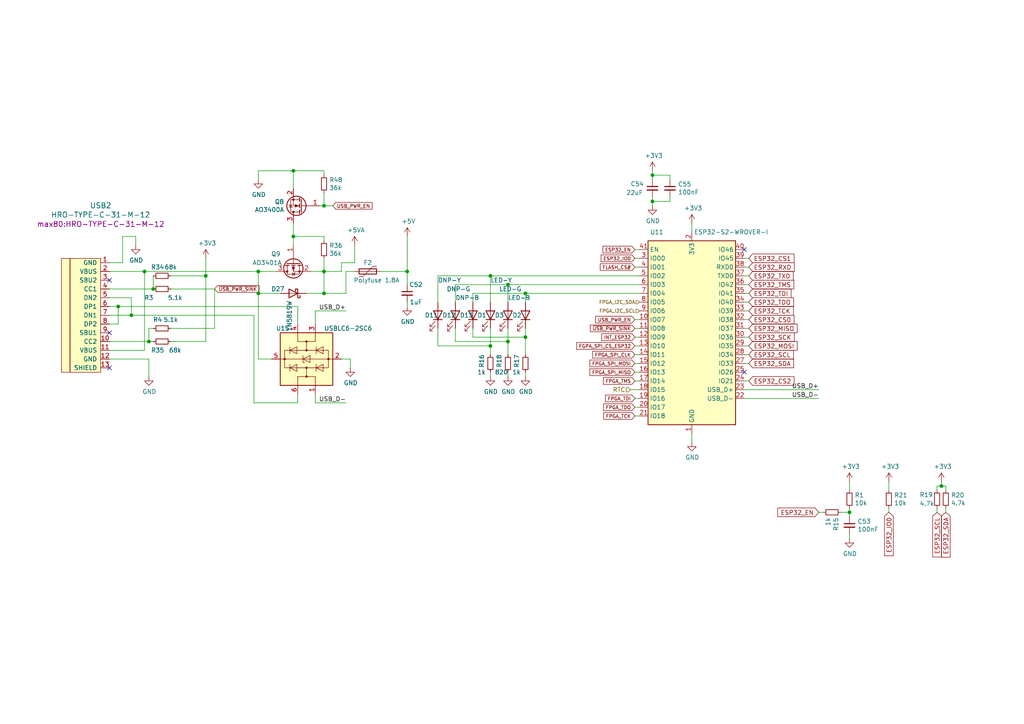
<source format=kicad_sch>
(kicad_sch (version 20211123) (generator eeschema)
  (paper "A4")
  (title_block (title "MAX80") (date "2021-02-22") (rev "0.01") (company "Peter o Per"))
  (lib_symbols
    (symbol "Device:C_Small" (pin_numbers hide) (pin_names (offset 0.254) hide)
      (property "Reference" "C" (at 0.254 1.778 0))
      (property "Value" "Device_C_Small" (at 0.254 -2.032 0))
      (symbol "C_Small_0_1"
        (polyline (pts (xy -1.524 -0.508) (xy 1.524 -0.508)) (stroke (width 0.3302)))
        (polyline (pts (xy -1.524 0.508) (xy 1.524 0.508)) (stroke (width 0.3048)))
      )
      (symbol "C_Small_1_1"
        (pin passive line (at 0 2.54 270) (length 2.032) (name "~") (number "1"))
        (pin passive line (at 0 -2.54 90) (length 2.032) (name "~") (number "2"))
      )
    )
    (symbol "Device:D_Schottky" (pin_numbers hide) (pin_names (offset 1.016) hide)
      (property "Reference" "D" (at 0 2.54 0))
      (property "Value" "Device_D_Schottky" (at 0 -2.54 0))
      (symbol "D_Schottky_0_1"
        (polyline (pts (xy 1.27 0) (xy -1.27 0)))
        (polyline (pts (xy 1.27 1.27) (xy 1.27 -1.27) (xy -1.27 0) (xy 1.27 1.27)) (stroke (width 0.254)))
        (polyline (pts (xy -1.905 0.635) (xy -1.905 1.27) (xy -1.27 1.27) (xy -1.27 -1.27) (xy -0.635 -1.27) (xy -0.635 -0.635)) (stroke (width 0.254)))
      )
      (symbol "D_Schottky_1_1"
        (pin passive line (at -3.81 0 0) (length 2.54) (name "K") (number "1"))
        (pin passive line (at 3.81 0 180) (length 2.54) (name "A") (number "2"))
      )
    )
    (symbol "Device:LED" (pin_numbers hide) (pin_names (offset 1.016) hide)
      (property "Reference" "D" (at 0 2.54 0))
      (property "Value" "Device_LED" (at 0 -2.54 0))
      (symbol "LED_0_1"
        (polyline (pts (xy -1.27 -1.27) (xy -1.27 1.27)) (stroke (width 0.254)))
        (polyline (pts (xy -1.27 0) (xy 1.27 0)))
        (polyline (pts (xy 1.27 -1.27) (xy 1.27 1.27) (xy -1.27 0) (xy 1.27 -1.27)) (stroke (width 0.254)))
        (polyline (pts (xy -3.048 -0.762) (xy -4.572 -2.286) (xy -3.81 -2.286) (xy -4.572 -2.286) (xy -4.572 -1.524)))
        (polyline (pts (xy -1.778 -0.762) (xy -3.302 -2.286) (xy -2.54 -2.286) (xy -3.302 -2.286) (xy -3.302 -1.524)))
      )
      (symbol "LED_1_1"
        (pin passive line (at -3.81 0 0) (length 2.54) (name "K") (number "1"))
        (pin passive line (at 3.81 0 180) (length 2.54) (name "A") (number "2"))
      )
    )
    (symbol "Device:Polyfuse" (pin_numbers hide) (pin_names (offset 0))
      (property "Reference" "F" (at -2.54 0 90))
      (property "Value" "Device_Polyfuse" (at 2.54 0 90))
      (symbol "Polyfuse_0_1"
        (rectangle (start -0.762 2.54) (end 0.762 -2.54) (stroke (width 0.254)))
        (polyline (pts (xy 0 2.54) (xy 0 -2.54)))
        (polyline (pts (xy -1.524 2.54) (xy -1.524 1.524) (xy 1.524 -1.524) (xy 1.524 -2.54)))
      )
      (symbol "Polyfuse_1_1"
        (pin passive line (at 0 3.81 270) (length 1.27) (name "~") (number "1"))
        (pin passive line (at 0 -3.81 90) (length 1.27) (name "~") (number "2"))
      )
    )
    (symbol "Device:R_Small" (pin_numbers hide) (pin_names (offset 0.254) hide)
      (property "Reference" "R" (at 0.762 0.508 0))
      (property "Value" "Device_R_Small" (at 0.762 -1.016 0))
      (symbol "R_Small_0_1"
        (rectangle (start -0.762 1.778) (end 0.762 -1.778) (stroke (width 0.2032)))
      )
      (symbol "R_Small_1_1"
        (pin passive line (at 0 2.54 270) (length 0.762) (name "~") (number "1"))
        (pin passive line (at 0 -2.54 90) (length 0.762) (name "~") (number "2"))
      )
    )
    (symbol "Power_Protection:USBLC6-2SC6" (pin_names hide)
      (property "Reference" "U" (at 2.54 8.89 0))
      (property "Value" "Power_Protection_USBLC6-2SC6" (at 2.54 -8.89 0))
      (symbol "USBLC6-2SC6_0_1"
        (rectangle (start -7.62 -7.62) (end 7.62 7.62) (stroke (width 0.254)) (fill (type background)))
        (circle (center -5.08 0) (radius 0.254) (fill (type outline)))
        (circle (center -2.54 0) (radius 0.254) (fill (type outline)))
        (rectangle (start -2.54 6.35) (end 2.54 -6.35))
        (circle (center 0 -6.35) (radius 0.254) (fill (type outline)))
        (polyline (pts (xy -5.08 -2.54) (xy -7.62 -2.54)))
        (polyline (pts (xy -5.08 0) (xy -5.08 -2.54)))
        (polyline (pts (xy -5.08 2.54) (xy -7.62 2.54)))
        (polyline (pts (xy -1.524 -2.794) (xy -3.556 -2.794)))
        (polyline (pts (xy -1.524 4.826) (xy -3.556 4.826)))
        (polyline (pts (xy 0 -7.62) (xy 0 -6.35)))
        (polyline (pts (xy 0 -6.35) (xy 0 1.27)))
        (polyline (pts (xy 0 1.27) (xy 0 6.35)))
        (polyline (pts (xy 0 6.35) (xy 0 7.62)))
        (polyline (pts (xy 1.524 -2.794) (xy 3.556 -2.794)))
        (polyline (pts (xy 1.524 4.826) (xy 3.556 4.826)))
        (polyline (pts (xy 5.08 -2.54) (xy 7.62 -2.54)))
        (polyline (pts (xy 5.08 0) (xy 5.08 -2.54)))
        (polyline (pts (xy 5.08 2.54) (xy 7.62 2.54)))
        (polyline (pts (xy -2.54 0) (xy -5.08 0) (xy -5.08 2.54)))
        (polyline (pts (xy 2.54 0) (xy 5.08 0) (xy 5.08 2.54)))
        (polyline (pts (xy -3.556 -4.826) (xy -1.524 -4.826) (xy -2.54 -2.794) (xy -3.556 -4.826)))
        (polyline (pts (xy -3.556 2.794) (xy -1.524 2.794) (xy -2.54 4.826) (xy -3.556 2.794)))
        (polyline (pts (xy -1.016 -1.016) (xy 1.016 -1.016) (xy 0 1.016) (xy -1.016 -1.016)))
        (polyline (pts (xy 1.016 1.016) (xy 0.762 1.016) (xy -1.016 1.016) (xy -1.016 0.508)))
        (polyline (pts (xy 3.556 -4.826) (xy 1.524 -4.826) (xy 2.54 -2.794) (xy 3.556 -4.826)))
        (polyline (pts (xy 3.556 2.794) (xy 1.524 2.794) (xy 2.54 4.826) (xy 3.556 2.794)))
        (circle (center 0 6.35) (radius 0.254) (fill (type outline)))
        (circle (center 2.54 0) (radius 0.254) (fill (type outline)))
        (circle (center 5.08 0) (radius 0.254) (fill (type outline)))
      )
      (symbol "USBLC6-2SC6_1_1"
        (pin passive line (at -10.16 -2.54 0) (length 2.54) (name "I/O1") (number "1"))
        (pin passive line (at 0 -10.16 90) (length 2.54) (name "GND") (number "2"))
        (pin passive line (at 10.16 -2.54 180) (length 2.54) (name "I/O2") (number "3"))
        (pin passive line (at 10.16 2.54 180) (length 2.54) (name "I/O2") (number "4"))
        (pin passive line (at 0 10.16 270) (length 2.54) (name "VBUS") (number "5"))
        (pin passive line (at -10.16 2.54 0) (length 2.54) (name "I/O1") (number "6"))
      )
    )
    (symbol "RF_Module:ESP32-S2-WROVER-I"
      (property "Reference" "U" (at -12.7 29.21 0))
      (property "Value" "RF_Module_ESP32-S2-WROVER-I" (at 2.54 29.21 0))
      (symbol "ESP32-S2-WROVER-I_0_1"
        (rectangle (start -12.7 27.94) (end 12.7 -25.4) (stroke (width 0.254)) (fill (type background)))
      )
      (symbol "ESP32-S2-WROVER-I_1_1"
        (pin power_in line (at 0 -27.94 90) (length 2.54) (name "GND") (number "1"))
        (pin bidirectional line (at -15.24 5.08 0) (length 2.54) (name "IO07") (number "10"))
        (pin bidirectional line (at -15.24 2.54 0) (length 2.54) (name "IO08") (number "11"))
        (pin bidirectional line (at -15.24 0 0) (length 2.54) (name "IO09") (number "12"))
        (pin bidirectional line (at -15.24 -2.54 0) (length 2.54) (name "IO10") (number "13"))
        (pin bidirectional line (at -15.24 -5.08 0) (length 2.54) (name "IO11") (number "14"))
        (pin bidirectional line (at -15.24 -7.62 0) (length 2.54) (name "IO12") (number "15"))
        (pin bidirectional line (at -15.24 -10.16 0) (length 2.54) (name "IO13") (number "16"))
        (pin bidirectional line (at -15.24 -12.7 0) (length 2.54) (name "IO14") (number "17"))
        (pin bidirectional line (at -15.24 -15.24 0) (length 2.54) (name "IO15") (number "18"))
        (pin bidirectional line (at -15.24 -17.78 0) (length 2.54) (name "IO16") (number "19"))
        (pin power_in line (at 0 30.48 270) (length 2.54) (name "3V3") (number "2"))
        (pin bidirectional line (at -15.24 -20.32 0) (length 2.54) (name "IO17") (number "20"))
        (pin bidirectional line (at -15.24 -22.86 0) (length 2.54) (name "IO18") (number "21"))
        (pin bidirectional line (at 15.24 -17.78 180) (length 2.54) (name "USB_D-") (number "22"))
        (pin bidirectional line (at 15.24 -15.24 180) (length 2.54) (name "USB_D+") (number "23"))
        (pin bidirectional line (at 15.24 -12.7 180) (length 2.54) (name "IO21") (number "24"))
        (pin bidirectional line (at 15.24 -10.16 180) (length 2.54) (name "IO26") (number "25"))
        (pin passive line (at 0 -27.94 90) (length 2.54) hide (name "GND") (number "26"))
        (pin bidirectional line (at 15.24 -7.62 180) (length 2.54) (name "IO33") (number "27"))
        (pin bidirectional line (at 15.24 -5.08 180) (length 2.54) (name "IO34") (number "28"))
        (pin bidirectional line (at 15.24 -2.54 180) (length 2.54) (name "IO35") (number "29"))
        (pin bidirectional line (at -15.24 22.86 0) (length 2.54) (name "IO00") (number "3"))
        (pin bidirectional line (at 15.24 0 180) (length 2.54) (name "IO36") (number "30"))
        (pin bidirectional line (at 15.24 2.54 180) (length 2.54) (name "IO37") (number "31"))
        (pin bidirectional line (at 15.24 5.08 180) (length 2.54) (name "IO38") (number "32"))
        (pin bidirectional line (at 15.24 7.62 180) (length 2.54) (name "IO39") (number "33"))
        (pin bidirectional line (at 15.24 10.16 180) (length 2.54) (name "IO40") (number "34"))
        (pin bidirectional line (at 15.24 12.7 180) (length 2.54) (name "IO41") (number "35"))
        (pin bidirectional line (at 15.24 15.24 180) (length 2.54) (name "IO42") (number "36"))
        (pin bidirectional line (at 15.24 17.78 180) (length 2.54) (name "TXD0") (number "37"))
        (pin bidirectional line (at 15.24 20.32 180) (length 2.54) (name "RXD0") (number "38"))
        (pin bidirectional line (at 15.24 22.86 180) (length 2.54) (name "IO45") (number "39"))
        (pin bidirectional line (at -15.24 20.32 0) (length 2.54) (name "IO01") (number "4"))
        (pin input line (at 15.24 25.4 180) (length 2.54) (name "IO46") (number "40"))
        (pin input line (at -15.24 25.4 0) (length 2.54) (name "EN") (number "41"))
        (pin passive line (at 0 -27.94 90) (length 2.54) hide (name "GND") (number "42"))
        (pin passive line (at 0 -27.94 90) (length 2.54) hide (name "GND") (number "43"))
        (pin bidirectional line (at -15.24 17.78 0) (length 2.54) (name "IO02") (number "5"))
        (pin bidirectional line (at -15.24 15.24 0) (length 2.54) (name "IO03") (number "6"))
        (pin bidirectional line (at -15.24 12.7 0) (length 2.54) (name "IO04") (number "7"))
        (pin bidirectional line (at -15.24 10.16 0) (length 2.54) (name "IO05") (number "8"))
        (pin bidirectional line (at -15.24 7.62 0) (length 2.54) (name "IO06") (number "9"))
      )
    )
    (symbol "Transistor_FET:AO3400A" (pin_names hide)
      (property "Reference" "Q" (at 5.08 1.905 0))
      (property "Value" "Transistor_FET_AO3400A" (at 5.08 0 0))
      (symbol "AO3400A_0_1"
        (polyline (pts (xy 0.254 0) (xy -2.54 0)))
        (polyline (pts (xy 0.254 1.905) (xy 0.254 -1.905)) (stroke (width 0.254)))
        (polyline (pts (xy 0.762 -1.27) (xy 0.762 -2.286)) (stroke (width 0.254)))
        (polyline (pts (xy 0.762 0.508) (xy 0.762 -0.508)) (stroke (width 0.254)))
        (polyline (pts (xy 0.762 2.286) (xy 0.762 1.27)) (stroke (width 0.254)))
        (polyline (pts (xy 2.54 2.54) (xy 2.54 1.778)))
        (polyline (pts (xy 2.54 -2.54) (xy 2.54 0) (xy 0.762 0)))
        (polyline (pts (xy 0.762 -1.778) (xy 3.302 -1.778) (xy 3.302 1.778) (xy 0.762 1.778)))
        (polyline (pts (xy 1.016 0) (xy 2.032 0.381) (xy 2.032 -0.381) (xy 1.016 0)) (fill (type outline)))
        (polyline (pts (xy 2.794 0.508) (xy 2.921 0.381) (xy 3.683 0.381) (xy 3.81 0.254)))
        (polyline (pts (xy 3.302 0.381) (xy 2.921 -0.254) (xy 3.683 -0.254) (xy 3.302 0.381)))
        (circle (center 1.651 0) (radius 2.794) (stroke (width 0.254)))
        (circle (center 2.54 -1.778) (radius 0.254) (fill (type outline)))
        (circle (center 2.54 1.778) (radius 0.254) (fill (type outline)))
      )
      (symbol "AO3400A_1_1"
        (pin input line (at -5.08 0 0) (length 2.54) (name "G") (number "1"))
        (pin passive line (at 2.54 -5.08 90) (length 2.54) (name "S") (number "2"))
        (pin passive line (at 2.54 5.08 270) (length 2.54) (name "D") (number "3"))
      )
    )
    (symbol "Transistor_FET:AO3401A" (pin_names hide)
      (property "Reference" "Q" (at 5.08 1.905 0))
      (property "Value" "Transistor_FET_AO3401A" (at 5.08 0 0))
      (symbol "AO3401A_0_1"
        (polyline (pts (xy 0.254 0) (xy -2.54 0)))
        (polyline (pts (xy 0.254 1.905) (xy 0.254 -1.905)) (stroke (width 0.254)))
        (polyline (pts (xy 0.762 -1.27) (xy 0.762 -2.286)) (stroke (width 0.254)))
        (polyline (pts (xy 0.762 0.508) (xy 0.762 -0.508)) (stroke (width 0.254)))
        (polyline (pts (xy 0.762 2.286) (xy 0.762 1.27)) (stroke (width 0.254)))
        (polyline (pts (xy 2.54 2.54) (xy 2.54 1.778)))
        (polyline (pts (xy 2.54 -2.54) (xy 2.54 0) (xy 0.762 0)))
        (polyline (pts (xy 0.762 1.778) (xy 3.302 1.778) (xy 3.302 -1.778) (xy 0.762 -1.778)))
        (polyline (pts (xy 2.286 0) (xy 1.27 0.381) (xy 1.27 -0.381) (xy 2.286 0)) (fill (type outline)))
        (polyline (pts (xy 2.794 -0.508) (xy 2.921 -0.381) (xy 3.683 -0.381) (xy 3.81 -0.254)))
        (polyline (pts (xy 3.302 -0.381) (xy 2.921 0.254) (xy 3.683 0.254) (xy 3.302 -0.381)))
        (circle (center 1.651 0) (radius 2.794) (stroke (width 0.254)))
        (circle (center 2.54 -1.778) (radius 0.254) (fill (type outline)))
        (circle (center 2.54 1.778) (radius 0.254) (fill (type outline)))
      )
      (symbol "AO3401A_1_1"
        (pin input line (at -5.08 0 0) (length 2.54) (name "G") (number "1"))
        (pin passive line (at 2.54 -5.08 90) (length 2.54) (name "S") (number "2"))
        (pin passive line (at 2.54 5.08 270) (length 2.54) (name "D") (number "3"))
      )
    )
    (symbol "max80:HRO-TYPE-C-31-M-12" (pin_names (offset 1.016))
      (property "Reference" "USB" (at -5.08 16.51 0))
      (property "Value" "HRO-TYPE-C-31-M-12" (at -10.16 -1.27 90))
      (symbol "HRO-TYPE-C-31-M-12_0_1"
        (rectangle (start -11.43 15.24) (end -8.89 -17.78) (fill (type background)))
        (rectangle (start 0 -17.78) (end -8.89 15.24) (fill (type background)))
      )
      (symbol "HRO-TYPE-C-31-M-12_1_1"
        (pin input line (at 2.54 13.97 180) (length 2.54) (name "GND") (number "1"))
        (pin input line (at 2.54 -8.89 180) (length 2.54) (name "CC2") (number "10"))
        (pin input line (at 2.54 -11.43 180) (length 2.54) (name "VBUS") (number "11"))
        (pin input line (at 2.54 -13.97 180) (length 2.54) (name "GND") (number "12"))
        (pin input line (at 2.54 -16.51 180) (length 2.54) (name "SHIELD") (number "13"))
        (pin input line (at 2.54 11.43 180) (length 2.54) (name "VBUS") (number "2"))
        (pin input line (at 2.54 8.89 180) (length 2.54) (name "SBU2") (number "3"))
        (pin input line (at 2.54 6.35 180) (length 2.54) (name "CC1") (number "4"))
        (pin input line (at 2.54 3.81 180) (length 2.54) (name "DN2") (number "5"))
        (pin input line (at 2.54 1.27 180) (length 2.54) (name "DP1") (number "6"))
        (pin input line (at 2.54 -1.27 180) (length 2.54) (name "DN1") (number "7"))
        (pin input line (at 2.54 -3.81 180) (length 2.54) (name "DP2") (number "8"))
        (pin input line (at 2.54 -6.35 180) (length 2.54) (name "SBU1") (number "9"))
      )
    )
    (symbol "power:+3V3" (power) (pin_names (offset 0))
      (property "Value" "power_+3V3" (at 0 3.556 0))
      (symbol "+3V3_0_1"
        (polyline (pts (xy -0.762 1.27) (xy 0 2.54)))
        (polyline (pts (xy 0 0) (xy 0 2.54)))
        (polyline (pts (xy 0 2.54) (xy 0.762 1.27)))
      )
      (symbol "+3V3_1_1"
        (pin power_in line (at 0 0 90) (length 0) hide (name "+3V3") (number "1"))
      )
    )
    (symbol "power:+5V" (power) (pin_names (offset 0))
      (property "Value" "power_+5V" (at 0 3.556 0))
      (symbol "+5V_0_1"
        (polyline (pts (xy -0.762 1.27) (xy 0 2.54)))
        (polyline (pts (xy 0 0) (xy 0 2.54)))
        (polyline (pts (xy 0 2.54) (xy 0.762 1.27)))
      )
      (symbol "+5V_1_1"
        (pin power_in line (at 0 0 90) (length 0) hide (name "+5V") (number "1"))
      )
    )
    (symbol "power:+5VA" (power) (pin_names (offset 0))
      (property "Value" "power_+5VA" (at 0 3.556 0))
      (symbol "+5VA_0_1"
        (polyline (pts (xy -0.762 1.27) (xy 0 2.54)))
        (polyline (pts (xy 0 0) (xy 0 2.54)))
        (polyline (pts (xy 0 2.54) (xy 0.762 1.27)))
      )
      (symbol "+5VA_1_1"
        (pin power_in line (at 0 0 90) (length 0) hide (name "+5VA") (number "1"))
      )
    )
    (symbol "power:GND" (power) (pin_names (offset 0))
      (property "Value" "power_GND" (at 0 -3.81 0))
      (symbol "GND_0_1"
        (polyline (pts (xy 0 0) (xy 0 -1.27) (xy 1.27 -1.27) (xy 0 -2.54) (xy -1.27 -1.27) (xy 0 -1.27)))
      )
      (symbol "GND_1_1"
        (pin power_in line (at 0 0 270) (length 0) hide (name "GND") (number "1"))
      )
    )
  )
  (junction (at 85.09 49.53))
  (junction (at 246.38 148.59))
  (junction (at 93.98 59.69))
  (junction (at 93.98 85.09))
  (junction (at 74.93 78.74))
  (junction (at 189.23 50.8))
  (junction (at 44.45 83.82))
  (junction (at 38.1 91.44))
  (junction (at 118.11 78.74))
  (junction (at 74.93 85.09))
  (junction (at 41.91 78.74))
  (junction (at 152.4 85.09))
  (junction (at 273.05 140.97))
  (junction (at 59.69 80.01))
  (junction (at 147.32 99.06))
  (junction (at 34.29 88.9))
  (junction (at 43.18 99.06))
  (junction (at 147.32 82.55))
  (junction (at 85.09 68.58))
  (junction (at 152.4 97.79))
  (junction (at 142.24 100.33))
  (junction (at 189.23 58.42))
  (junction (at 142.24 80.01))
  (junction (at 93.98 78.74))
  (no_connect (at 31.75 96.52))
  (no_connect (at 31.75 106.68))
  (no_connect (at 215.9 72.39))
  (no_connect (at 215.9 107.95))
  (no_connect (at 31.75 81.28))
  (wire (pts (xy 185.42 100.33) (xy 184.15 100.33)))
  (wire (pts (xy 152.4 95.25) (xy 152.4 97.79)))
  (wire (pts (xy 86.36 88.9) (xy 86.36 93.98)))
  (wire (pts (xy 85.09 68.58) (xy 93.98 68.58)))
  (wire (pts (xy 184.15 120.65) (xy 185.42 120.65)))
  (wire (pts (xy 142.24 80.01) (xy 185.42 80.01)))
  (wire (pts (xy 273.05 140.97) (xy 274.32 140.97)))
  (wire (pts (xy 93.98 85.09) (xy 100.33 85.09)))
  (wire (pts (xy 246.38 147.32) (xy 246.38 148.59)))
  (wire (pts (xy 31.75 86.36) (xy 38.1 86.36)))
  (wire (pts (xy 127 87.63) (xy 127 80.01)))
  (wire (pts (xy 93.98 49.53) (xy 93.98 50.8)))
  (wire (pts (xy 127 95.25) (xy 127 100.33)))
  (wire (pts (xy 147.32 99.06) (xy 147.32 95.25)))
  (wire (pts (xy 99.06 104.14) (xy 101.6 104.14)))
  (wire (pts (xy 38.1 86.36) (xy 38.1 91.44)))
  (wire (pts (xy 44.45 80.01) (xy 44.45 83.82)))
  (wire (pts (xy 127 100.33) (xy 142.24 100.33)))
  (wire (pts (xy 41.91 101.6) (xy 41.91 78.74)))
  (wire (pts (xy 132.08 95.25) (xy 132.08 99.06)))
  (wire (pts (xy 92.71 59.69) (xy 93.98 59.69)))
  (wire (pts (xy 200.66 64.77) (xy 200.66 67.31)))
  (wire (pts (xy 62.23 95.25) (xy 49.53 95.25)))
  (wire (pts (xy 184.15 74.93) (xy 185.42 74.93)))
  (wire (pts (xy 91.44 116.84) (xy 91.44 114.3)))
  (wire (pts (xy 93.98 68.58) (xy 93.98 69.85)))
  (wire (pts (xy 93.98 78.74) (xy 93.98 85.09)))
  (wire (pts (xy 93.98 59.69) (xy 96.52 59.69)))
  (wire (pts (xy 215.9 77.47) (xy 217.17 77.47)))
  (wire (pts (xy 152.4 85.09) (xy 152.4 87.63)))
  (wire (pts (xy 152.4 85.09) (xy 185.42 85.09)))
  (wire (pts (xy 142.24 95.25) (xy 142.24 100.33)))
  (wire (pts (xy 38.1 91.44) (xy 73.66 91.44)))
  (wire (pts (xy 118.11 68.58) (xy 118.11 78.74)))
  (wire (pts (xy 31.75 101.6) (xy 41.91 101.6)))
  (wire (pts (xy 99.06 78.74) (xy 99.06 76.2)))
  (wire (pts (xy 185.42 110.49) (xy 184.15 110.49)))
  (wire (pts (xy 147.32 99.06) (xy 147.32 102.87)))
  (wire (pts (xy 90.17 78.74) (xy 93.98 78.74)))
  (wire (pts (xy 152.4 107.95) (xy 152.4 109.22)))
  (wire (pts (xy 31.75 91.44) (xy 38.1 91.44)))
  (wire (pts (xy 31.75 76.2) (xy 35.56 76.2)))
  (wire (pts (xy 132.08 82.55) (xy 147.32 82.55)))
  (wire (pts (xy 274.32 147.32) (xy 274.32 148.59)))
  (wire (pts (xy 274.32 140.97) (xy 274.32 142.24)))
  (wire (pts (xy 41.91 78.74) (xy 74.93 78.74)))
  (wire (pts (xy 59.69 80.01) (xy 59.69 74.93)))
  (wire (pts (xy 31.75 93.98) (xy 34.29 93.98)))
  (wire (pts (xy 85.09 49.53) (xy 93.98 49.53)))
  (wire (pts (xy 73.66 116.84) (xy 86.36 116.84)))
  (wire (pts (xy 185.42 105.41) (xy 184.15 105.41)))
  (wire (pts (xy 34.29 88.9) (xy 86.36 88.9)))
  (wire (pts (xy 35.56 68.58) (xy 39.37 68.58)))
  (wire (pts (xy 110.49 78.74) (xy 118.11 78.74)))
  (wire (pts (xy 147.32 82.55) (xy 185.42 82.55)))
  (wire (pts (xy 74.93 85.09) (xy 81.28 85.09)))
  (wire (pts (xy 118.11 87.63) (xy 118.11 88.9)))
  (wire (pts (xy 93.98 85.09) (xy 88.9 85.09)))
  (wire (pts (xy 49.53 80.01) (xy 59.69 80.01)))
  (wire (pts (xy 85.09 71.12) (xy 85.09 68.58)))
  (wire (pts (xy 93.98 78.74) (xy 99.06 78.74)))
  (wire (pts (xy 152.4 85.09) (xy 137.16 85.09)))
  (wire (pts (xy 189.23 58.42) (xy 194.31 58.42)))
  (wire (pts (xy 271.78 142.24) (xy 271.78 140.97)))
  (wire (pts (xy 271.78 140.97) (xy 273.05 140.97)))
  (wire (pts (xy 74.93 52.07) (xy 74.93 49.53)))
  (wire (pts (xy 59.69 99.06) (xy 59.69 80.01)))
  (wire (pts (xy 215.9 95.25) (xy 217.17 95.25)))
  (wire (pts (xy 43.18 99.06) (xy 44.45 99.06)))
  (wire (pts (xy 243.84 148.59) (xy 246.38 148.59)))
  (wire (pts (xy 194.31 58.42) (xy 194.31 57.15)))
  (wire (pts (xy 246.38 154.94) (xy 246.38 156.21)))
  (wire (pts (xy 100.33 85.09) (xy 100.33 78.74)))
  (wire (pts (xy 34.29 93.98) (xy 34.29 88.9)))
  (wire (pts (xy 31.75 99.06) (xy 43.18 99.06)))
  (wire (pts (xy 39.37 68.58) (xy 39.37 71.12)))
  (wire (pts (xy 215.9 90.17) (xy 217.17 90.17)))
  (wire (pts (xy 142.24 100.33) (xy 142.24 102.87)))
  (wire (pts (xy 184.15 118.11) (xy 185.42 118.11)))
  (wire (pts (xy 93.98 59.69) (xy 93.98 55.88)))
  (wire (pts (xy 35.56 76.2) (xy 35.56 68.58)))
  (wire (pts (xy 194.31 50.8) (xy 194.31 52.07)))
  (wire (pts (xy 118.11 78.74) (xy 118.11 82.55)))
  (wire (pts (xy 189.23 49.53) (xy 189.23 50.8)))
  (wire (pts (xy 257.81 139.7) (xy 257.81 142.24)))
  (wire (pts (xy 215.9 110.49) (xy 217.17 110.49)))
  (wire (pts (xy 43.18 99.06) (xy 43.18 95.25)))
  (wire (pts (xy 137.16 85.09) (xy 137.16 87.63)))
  (wire (pts (xy 215.9 105.41) (xy 217.17 105.41)))
  (wire (pts (xy 215.9 92.71) (xy 217.17 92.71)))
  (wire (pts (xy 273.05 139.7) (xy 273.05 140.97)))
  (wire (pts (xy 73.66 91.44) (xy 73.66 116.84)))
  (wire (pts (xy 215.9 74.93) (xy 217.17 74.93)))
  (wire (pts (xy 93.98 74.93) (xy 93.98 78.74)))
  (wire (pts (xy 74.93 85.09) (xy 74.93 104.14)))
  (wire (pts (xy 85.09 54.61) (xy 85.09 49.53)))
  (wire (pts (xy 31.75 104.14) (xy 43.18 104.14)))
  (wire (pts (xy 43.18 104.14) (xy 43.18 109.22)))
  (wire (pts (xy 74.93 78.74) (xy 74.93 85.09)))
  (wire (pts (xy 147.32 107.95) (xy 147.32 109.22)))
  (wire (pts (xy 184.15 107.95) (xy 185.42 107.95)))
  (wire (pts (xy 237.49 148.59) (xy 238.76 148.59)))
  (wire (pts (xy 200.66 125.73) (xy 200.66 128.27)))
  (wire (pts (xy 86.36 116.84) (xy 86.36 114.3)))
  (wire (pts (xy 257.81 147.32) (xy 257.81 148.59)))
  (wire (pts (xy 215.9 87.63) (xy 217.17 87.63)))
  (wire (pts (xy 49.53 99.06) (xy 59.69 99.06)))
  (wire (pts (xy 184.15 115.57) (xy 185.42 115.57)))
  (wire (pts (xy 215.9 80.01) (xy 217.17 80.01)))
  (wire (pts (xy 101.6 104.14) (xy 101.6 106.68)))
  (wire (pts (xy 132.08 99.06) (xy 147.32 99.06)))
  (wire (pts (xy 271.78 147.32) (xy 271.78 148.59)))
  (wire (pts (xy 142.24 107.95) (xy 142.24 109.22)))
  (wire (pts (xy 152.4 97.79) (xy 152.4 102.87)))
  (wire (pts (xy 85.09 68.58) (xy 85.09 64.77)))
  (wire (pts (xy 184.15 72.39) (xy 185.42 72.39)))
  (wire (pts (xy 132.08 87.63) (xy 132.08 82.55)))
  (wire (pts (xy 184.15 92.71) (xy 185.42 92.71)))
  (wire (pts (xy 184.15 95.25) (xy 185.42 95.25)))
  (wire (pts (xy 49.53 83.82) (xy 62.23 83.82)))
  (wire (pts (xy 31.75 88.9) (xy 34.29 88.9)))
  (wire (pts (xy 184.15 97.79) (xy 185.42 97.79)))
  (wire (pts (xy 189.23 58.42) (xy 189.23 59.69)))
  (wire (pts (xy 215.9 102.87) (xy 217.17 102.87)))
  (wire (pts (xy 215.9 100.33) (xy 217.17 100.33)))
  (wire (pts (xy 215.9 113.03) (xy 237.49 113.03)))
  (wire (pts (xy 246.38 139.7) (xy 246.38 142.24)))
  (wire (pts (xy 182.88 113.03) (xy 185.42 113.03)))
  (wire (pts (xy 137.16 95.25) (xy 137.16 97.79)))
  (wire (pts (xy 142.24 80.01) (xy 142.24 87.63)))
  (wire (pts (xy 215.9 82.55) (xy 217.17 82.55)))
  (wire (pts (xy 99.06 76.2) (xy 102.87 76.2)))
  (wire (pts (xy 189.23 50.8) (xy 189.23 52.07)))
  (wire (pts (xy 215.9 97.79) (xy 217.17 97.79)))
  (wire (pts (xy 100.33 78.74) (xy 102.87 78.74)))
  (wire (pts (xy 184.15 77.47) (xy 185.42 77.47)))
  (wire (pts (xy 31.75 78.74) (xy 41.91 78.74)))
  (wire (pts (xy 215.9 115.57) (xy 237.49 115.57)))
  (wire (pts (xy 91.44 116.84) (xy 100.33 116.84)))
  (wire (pts (xy 189.23 50.8) (xy 194.31 50.8)))
  (wire (pts (xy 43.18 95.25) (xy 44.45 95.25)))
  (wire (pts (xy 127 80.01) (xy 142.24 80.01)))
  (wire (pts (xy 189.23 57.15) (xy 189.23 58.42)))
  (wire (pts (xy 184.15 102.87) (xy 185.42 102.87)))
  (wire (pts (xy 91.44 90.17) (xy 100.33 90.17)))
  (wire (pts (xy 215.9 85.09) (xy 217.17 85.09)))
  (wire (pts (xy 62.23 83.82) (xy 62.23 95.25)))
  (wire (pts (xy 102.87 76.2) (xy 102.87 71.12)))
  (wire (pts (xy 74.93 49.53) (xy 85.09 49.53)))
  (wire (pts (xy 246.38 148.59) (xy 246.38 149.86)))
  (wire (pts (xy 91.44 93.98) (xy 91.44 90.17)))
  (wire (pts (xy 137.16 97.79) (xy 152.4 97.79)))
  (wire (pts (xy 31.75 83.82) (xy 44.45 83.82)))
  (wire (pts (xy 147.32 82.55) (xy 147.32 87.63)))
  (wire (pts (xy 74.93 104.14) (xy 78.74 104.14)))
  (wire (pts (xy 74.93 78.74) (xy 80.01 78.74)))
  (label "USB_D+" (at 237.49 113.03 180))
  (label "USB_D+" (at 100.33 90.17 180))
  (label "USB_D-" (at 237.49 115.57 180))
  (label "USB_D-" (at 100.33 116.84 180))
  (global_label "ESP32_MISO" (shape input) (at 217.17 95.25 0) (property "Intersheet References" "${INTERSHEET_REFS}" (effects hide)))
  (global_label "ESP32_EN" (shape input) (at 184.15 72.39 180) (effects (font (size 0.9906 0.9906))) (property "Intersheet References" "${INTERSHEET_REFS}" (effects hide)))
  (global_label "ESP32_TCK" (shape input) (at 217.17 90.17 0) (property "Intersheet References" "${INTERSHEET_REFS}" (effects hide)))
  (global_label "FLASH_CS#" (shape input) (at 184.15 77.47 180) (effects (font (size 0.9906 0.9906))) (property "Intersheet References" "${INTERSHEET_REFS}" (effects hide)))
  (global_label "ESP32_CS1" (shape input) (at 217.17 74.93 0) (property "Intersheet References" "${INTERSHEET_REFS}" (effects hide)))
  (global_label "ESP32_TDI" (shape input) (at 217.17 85.09 0) (property "Intersheet References" "${INTERSHEET_REFS}" (effects hide)))
  (global_label "ESP32_TXD" (shape input) (at 217.17 80.01 0) (property "Intersheet References" "${INTERSHEET_REFS}" (effects hide)))
  (global_label "ESP32_TDO" (shape input) (at 217.17 87.63 0) (property "Intersheet References" "${INTERSHEET_REFS}" (effects hide)))
  (global_label "FPGA_TDO" (shape input) (at 184.15 118.11 180) (effects (font (size 0.9906 0.9906))) (property "Intersheet References" "${INTERSHEET_REFS}" (effects hide)))
  (global_label "FPGA_SPI_MOSI" (shape input) (at 184.15 105.41 180) (effects (font (size 0.9906 0.9906))) (property "Intersheet References" "${INTERSHEET_REFS}" (effects hide)))
  (global_label "ESP32_TMS" (shape input) (at 217.17 82.55 0) (property "Intersheet References" "${INTERSHEET_REFS}" (effects hide)))
  (global_label "ESP32_SDA" (shape input) (at 274.32 148.59 270) (property "Intersheet References" "${INTERSHEET_REFS}" (effects hide)))
  (global_label "ESP32_IO0" (shape input) (at 257.81 148.59 270) (property "Intersheet References" "${INTERSHEET_REFS}" (effects hide)))
  (global_label "ESP32_EN" (shape input) (at 237.49 148.59 180) (property "Intersheet References" "${INTERSHEET_REFS}" (effects hide)))
  (global_label "ESP32_SCL" (shape input) (at 217.17 102.87 0) (property "Intersheet References" "${INTERSHEET_REFS}" (effects hide)))
  (global_label "FGPA_SPI_CS_ESP32" (shape input) (at 184.15 100.33 180) (effects (font (size 0.9906 0.9906))) (property "Intersheet References" "${INTERSHEET_REFS}" (effects hide)))
  (global_label "ESP32_MOSI" (shape input) (at 217.17 100.33 0) (property "Intersheet References" "${INTERSHEET_REFS}" (effects hide)))
  (global_label "ESP32_RXD" (shape input) (at 217.17 77.47 0) (property "Intersheet References" "${INTERSHEET_REFS}" (effects hide)))
  (global_label "ESP32_CS0" (shape input) (at 217.17 92.71 0) (property "Intersheet References" "${INTERSHEET_REFS}" (effects hide)))
  (global_label "ESP32_CS2" (shape input) (at 217.17 110.49 0) (property "Intersheet References" "${INTERSHEET_REFS}" (effects hide)))
  (global_label "INT_ESP32" (shape input) (at 184.15 97.79 180) (effects (font (size 0.9906 0.9906))) (property "Intersheet References" "${INTERSHEET_REFS}" (effects hide)))
  (global_label "FPGA_SPI_CLK" (shape input) (at 184.15 102.87 180) (effects (font (size 0.9906 0.9906))) (property "Intersheet References" "${INTERSHEET_REFS}" (effects hide)))
  (global_label "ESP32_SDA" (shape input) (at 217.17 105.41 0) (property "Intersheet References" "${INTERSHEET_REFS}" (effects hide)))
  (global_label "ESP32_SCK" (shape input) (at 217.17 97.79 0) (property "Intersheet References" "${INTERSHEET_REFS}" (effects hide)))
  (global_label "FPGA_TMS" (shape input) (at 184.15 110.49 180) (effects (font (size 0.9906 0.9906))) (property "Intersheet References" "${INTERSHEET_REFS}" (effects hide)))
  (global_label "USB_PWR_EN" (shape input) (at 184.15 92.71 180) (effects (font (size 0.9906 0.9906))) (property "Intersheet References" "${INTERSHEET_REFS}" (effects hide)))
  (global_label "ESP32_SCL" (shape input) (at 271.78 148.59 270) (property "Intersheet References" "${INTERSHEET_REFS}" (effects hide)))
  (global_label "FPGA_TDI" (shape input) (at 184.15 115.57 180) (effects (font (size 0.9906 0.9906))) (property "Intersheet References" "${INTERSHEET_REFS}" (effects hide)))
  (global_label "FPGA_TCK" (shape input) (at 184.15 120.65 180) (effects (font (size 0.9906 0.9906))) (property "Intersheet References" "${INTERSHEET_REFS}" (effects hide)))
  (global_label "~{USB_PWR_SINK}" (shape input) (at 184.15 95.25 180) (effects (font (size 0.9906 0.9906))) (property "Intersheet References" "${INTERSHEET_REFS}" (effects hide)))
  (global_label "~{USB_PWR_SINK}" (shape input) (at 62.23 83.82 0) (effects (font (size 0.9906 0.9906))) (property "Intersheet References" "${INTERSHEET_REFS}" (effects hide)))
  (global_label "FPGA_SPI_MISO" (shape input) (at 184.15 107.95 180) (effects (font (size 0.9906 0.9906))) (property "Intersheet References" "${INTERSHEET_REFS}" (effects hide)))
  (global_label "USB_PWR_EN" (shape input) (at 96.52 59.69 0) (effects (font (size 0.9906 0.9906))) (property "Intersheet References" "${INTERSHEET_REFS}" (effects hide)))
  (global_label "ESP32_IO0" (shape input) (at 184.15 74.93 180) (effects (font (size 0.9906 0.9906))) (property "Intersheet References" "${INTERSHEET_REFS}" (effects hide)))
  (hierarchical_label "FPGA_I2C_SCL" (shape input) (at 185.42 90.17 180) (effects (font (size 0.9906 0.9906))))
  (hierarchical_label "FPGA_I2C_SDA" (shape input) (at 185.42 87.63 180) (effects (font (size 0.9906 0.9906))))
  (hierarchical_label "RTC" (shape input) (at 182.88 113.03 180))
  (symbol (lib_id "power:GND") (at 43.18 109.22 0) (unit 1)
    (property "Reference" "#PWR0136" (effects hide))
    (property "Value" "GND" (at 43.307 113.6142 0))
  )
  (symbol (lib_id "Device:R_Small") (at 46.99 95.25 270) (unit 1)
    (property "Reference" "R4" (at 45.72 92.71 90))
    (property "Value" "5.1k" (at 49.53 92.71 90))
    (property "Footprint" "Resistor_SMD:R_0402_1005Metric" (effects hide))
    (property "LCSC" "C25905" (effects hide))
  )
  (symbol (lib_id "Device:C_Small") (at 118.11 85.09 0) (mirror y) (unit 1)
    (property "Reference" "C52" (at 120.65 82.55 0))
    (property "Value" "1uF" (at 120.65 87.63 0))
    (property "Footprint" "Capacitor_SMD:C_0805_2012Metric" (effects hide))
    (property "LCSC" "C28323" (effects hide))
  )
  (symbol (lib_id "Device:D_Schottky") (at 85.09 85.09 180) (unit 1)
    (property "Reference" "D27" (at 82.55 83.82 0) (effects (justify left)))
    (property "Value" "1N5819W" (at 83.947 87.122 90) (effects (justify left)))
    (property "Footprint" "Diode_SMD:D_SOD-123" (effects hide))
    (property "LCSC" "C963381" (effects hide))
  )
  (symbol (lib_id "power:+5V") (at 118.11 68.58 0) (unit 1)
    (property "Reference" "#PWR0161" (effects hide))
    (property "Value" "+5V" (at 118.491 64.1858 0))
  )
  (symbol (lib_id "power:+3V3") (at 246.38 139.7 0) (unit 1)
    (property "Reference" "#PWR0175" (effects hide))
    (property "Value" "+3V3" (at 246.761 135.3058 0))
  )
  (symbol (lib_id "Device:R_Small") (at 246.38 144.78 0) (unit 1)
    (property "Reference" "R1" (at 247.8786 143.6116 0) (effects (justify left)))
    (property "Value" "10k" (at 247.8786 145.923 0) (effects (justify left)))
    (property "Footprint" "Resistor_SMD:R_0402_1005Metric" (effects hide))
    (property "LCSC" "C25744" (effects hide))
  )
  (symbol (lib_id "RF_Module:ESP32-S2-WROVER-I") (at 200.66 97.79 0) (unit 1)
    (property "Reference" "U11" (at 190.5 67.31 0))
    (property "Value" "ESP32-S2-WROVER-I" (at 212.09 67.31 0))
    (property "Footprint" "max80:ESP32-S2-WROVER" (effects hide))
    (property "Datasheet" "https://www.espressif.com/sites/default/files/documentation/esp32-s2-wroom_esp32-s2-wroom-i_datasheet_en.pdf" (effects hide))
    (property "LCSC" "C967028" (effects hide))
  )
  (symbol (lib_id "Device:Polyfuse") (at 106.68 78.74 270) (unit 1)
    (property "Reference" "F2" (at 106.68 76.2 90))
    (property "Value" "Polyfuse 1.8A" (at 109.22 81.28 90))
    (property "Footprint" "max80:Fuse_1206_3216Metric" (effects hide))
    (property "Datasheet" "https://datasheet.lcsc.com/szlcsc/1811141110_TECHFUSE-nSMD020-30V_C69680.pdf" (effects hide))
    (property "LCSC" "C70082" (effects hide))
  )
  (symbol (lib_id "max80:HRO-TYPE-C-31-M-12") (at 29.21 90.17 0) (unit 1)
    (property "Reference" "USB2" (at 29.21 59.6138 0) (effects (font (size 1.524 1.524))))
    (property "Value" "HRO-TYPE-C-31-M-12" (at 29.21 62.3062 0) (effects (font (size 1.524 1.524))))
    (property "Footprint" "max80:HRO-TYPE-C-31-M-12" (at 29.21 64.9986 0) (effects (font (size 1.524 1.524))))
    (property "Datasheet" "https://datasheet.lcsc.com/szlcsc/1811131825_Korean-Hroparts-Elec-TYPE-C-31-M-12_C165948.pdf" (effects hide))
    (property "LCSC" "C165948" (effects hide))
  )
  (symbol (lib_id "power:GND") (at 118.11 88.9 0) (unit 1)
    (property "Reference" "#PWR0140" (effects hide))
    (property "Value" "GND" (at 118.237 93.2942 0))
  )
  (symbol (lib_id "Power_Protection:USBLC6-2SC6") (at 88.9 104.14 90) (unit 1)
    (property "Reference" "U15" (at 80.01 95.25 90) (effects (justify right)))
    (property "Value" "USBLC6-2SC6" (at 93.98 95.25 90) (effects (justify right)))
    (property "Footprint" "Package_TO_SOT_SMD:SOT-23-6" (effects hide))
    (property "LCSC" "C7519" (effects hide))
  )
  (symbol (lib_id "power:GND") (at 101.6 106.68 0) (unit 1)
    (property "Reference" "#PWR0141" (effects hide))
    (property "Value" "GND" (at 101.727 111.0742 0))
  )
  (symbol (lib_id "Device:R_Small") (at 46.99 83.82 270) (unit 1)
    (property "Reference" "R3" (at 43.18 86.36 90))
    (property "Value" "5.1k" (at 50.8 86.36 90))
    (property "Footprint" "Resistor_SMD:R_0402_1005Metric" (effects hide))
    (property "LCSC" "C25905" (effects hide))
  )
  (symbol (lib_id "power:GND") (at 200.66 128.27 0) (unit 1)
    (property "Reference" "#PWR010" (effects hide))
    (property "Value" "GND" (at 200.787 132.6642 0))
  )
  (symbol (lib_id "power:+3V3") (at 200.66 64.77 0) (unit 1)
    (property "Reference" "#PWR09" (effects hide))
    (property "Value" "+3V3" (at 201.041 60.3758 0))
  )
  (symbol (lib_id "Device:C_Small") (at 189.23 54.61 0) (unit 1)
    (property "Reference" "C54" (at 182.88 53.34 0) (effects (justify left)))
    (property "Value" "22uF" (at 181.61 55.88 0) (effects (justify left)))
    (property "Footprint" "Capacitor_SMD:C_0805_2012Metric" (effects hide))
    (property "LCSC" "C45783" (effects hide))
  )
  (symbol (lib_id "Device:C_Small") (at 194.31 54.61 0) (unit 1)
    (property "Reference" "C55" (at 196.6468 53.4416 0) (effects (justify left)))
    (property "Value" "100nF" (at 196.6468 55.753 0) (effects (justify left)))
    (property "Footprint" "Capacitor_SMD:C_0402_1005Metric" (effects hide))
    (property "LCSC" "C1525" (effects hide))
  )
  (symbol (lib_id "power:+3V3") (at 189.23 49.53 0) (unit 1)
    (property "Reference" "#PWR0143" (effects hide))
    (property "Value" "+3V3" (at 189.611 45.1358 0))
  )
  (symbol (lib_id "power:GND") (at 189.23 59.69 0) (unit 1)
    (property "Reference" "#PWR0144" (effects hide))
    (property "Value" "GND" (at 189.357 64.0842 0))
  )
  (symbol (lib_id "Device:C_Small") (at 246.38 152.4 0) (unit 1)
    (property "Reference" "C53" (at 248.7168 151.2316 0) (effects (justify left)))
    (property "Value" "100nF" (at 248.7168 153.543 0) (effects (justify left)))
    (property "Footprint" "Capacitor_SMD:C_0402_1005Metric" (effects hide))
    (property "LCSC" "C1525" (effects hide))
  )
  (symbol (lib_id "power:GND") (at 246.38 156.21 0) (unit 1)
    (property "Reference" "#PWR0145" (effects hide))
    (property "Value" "GND" (at 246.507 160.6042 0))
  )
  (symbol (lib_id "Device:R_Small") (at 241.3 148.59 270) (unit 1)
    (property "Reference" "R15" (at 242.4684 150.0886 0) (effects (justify left)))
    (property "Value" "1k" (at 240.157 150.0886 0) (effects (justify left)))
    (property "Footprint" "Resistor_SMD:R_0402_1005Metric" (effects hide))
    (property "LCSC" "C11702" (effects hide))
  )
  (symbol (lib_id "Device:R_Small") (at 271.78 144.78 0) (unit 1)
    (property "Reference" "R19" (at 266.7 143.51 0) (effects (justify left)))
    (property "Value" "4.7k" (at 266.7 146.05 0) (effects (justify left)))
    (property "Footprint" "Resistor_SMD:R_0402_1005Metric" (effects hide))
    (property "LCSC" "C25900" (effects hide))
  )
  (symbol (lib_id "Device:R_Small") (at 274.32 144.78 0) (unit 1)
    (property "Reference" "R20" (at 275.8186 143.6116 0) (effects (justify left)))
    (property "Value" "4.7k" (at 275.8186 145.923 0) (effects (justify left)))
    (property "Footprint" "Resistor_SMD:R_0402_1005Metric" (effects hide))
    (property "LCSC" "C25900" (effects hide))
  )
  (symbol (lib_id "power:+3V3") (at 273.05 139.7 0) (unit 1)
    (property "Reference" "#PWR034" (effects hide))
    (property "Value" "+3V3" (at 273.431 135.3058 0))
  )
  (symbol (lib_id "Device:LED") (at 142.24 91.44 270) (mirror x) (unit 1)
    (property "Reference" "D1" (at 138.43 91.44 90) (effects (justify left)))
    (property "Value" "LED-Y" (at 142.24 81.28 90) (effects (justify left)))
    (property "Footprint" "LED_SMD:LED_0603_1608Metric" (effects hide))
    (property "LCSC" "C72038" (effects hide))
  )
  (symbol (lib_id "Device:R_Small") (at 142.24 105.41 0) (unit 1)
    (property "Reference" "R16" (at 139.7 106.68 90) (effects (justify left)))
    (property "Value" "1k" (at 138.43 107.95 0) (effects (justify left)))
    (property "Footprint" "Resistor_SMD:R_0402_1005Metric" (effects hide))
    (property "LCSC" "C11702" (effects hide))
  )
  (symbol (lib_id "Device:R_Small") (at 152.4 105.41 0) (unit 1)
    (property "Reference" "R17" (at 149.86 106.68 90) (effects (justify left)))
    (property "Value" "1k" (at 148.59 107.95 0) (effects (justify left)))
    (property "Footprint" "Resistor_SMD:R_0402_1005Metric" (effects hide))
    (property "LCSC" "C11702" (effects hide))
  )
  (symbol (lib_id "Device:R_Small") (at 147.32 105.41 0) (unit 1)
    (property "Reference" "R18" (at 144.78 106.68 90) (effects (justify left)))
    (property "Value" "820" (at 143.51 107.95 0) (effects (justify left)))
    (property "Footprint" "Resistor_SMD:R_0402_1005Metric" (effects hide))
    (property "LCSC" "C23253" (effects hide))
  )
  (symbol (lib_id "power:GND") (at 142.24 109.22 0) (unit 1)
    (property "Reference" "#PWR031" (effects hide))
    (property "Value" "GND" (at 142.367 113.6142 0))
  )
  (symbol (lib_id "power:GND") (at 147.32 109.22 0) (unit 1)
    (property "Reference" "#PWR032" (effects hide))
    (property "Value" "GND" (at 147.447 113.6142 0))
  )
  (symbol (lib_id "power:GND") (at 152.4 109.22 0) (unit 1)
    (property "Reference" "#PWR033" (effects hide))
    (property "Value" "GND" (at 152.527 113.6142 0))
  )
  (symbol (lib_id "Device:LED") (at 152.4 91.44 270) (mirror x) (unit 1)
    (property "Reference" "D2" (at 148.59 91.44 90) (effects (justify left)))
    (property "Value" "LED-G" (at 144.78 83.82 90) (effects (justify left)))
    (property "Footprint" "LED_SMD:LED_0603_1608Metric" (effects hide))
    (property "LCSC" "C72043" (effects hide))
  )
  (symbol (lib_id "Device:LED") (at 147.32 91.44 270) (mirror x) (unit 1)
    (property "Reference" "D3" (at 143.51 91.44 90) (effects (justify left)))
    (property "Value" "LED-B" (at 147.32 86.36 90) (effects (justify left)))
    (property "Footprint" "LED_SMD:LED_0603_1608Metric" (effects hide))
    (property "LCSC" "C72041" (effects hide))
  )
  (symbol (lib_id "Device:R_Small") (at 257.81 144.78 0) (unit 1)
    (property "Reference" "R21" (at 259.3086 143.6116 0) (effects (justify left)))
    (property "Value" "10k" (at 259.3086 145.923 0) (effects (justify left)))
    (property "Footprint" "Resistor_SMD:R_0402_1005Metric" (effects hide))
    (property "LCSC" "C25744" (effects hide))
  )
  (symbol (lib_id "power:+3V3") (at 257.81 139.7 0) (unit 1)
    (property "Reference" "#PWR0150" (effects hide))
    (property "Value" "+3V3" (at 258.191 135.3058 0))
  )
  (symbol (lib_id "Device:R_Small") (at 46.99 80.01 270) (unit 1)
    (property "Reference" "R34" (at 45.72 77.47 90))
    (property "Value" "68k" (at 49.53 77.47 90))
    (property "Footprint" "Resistor_SMD:R_0402_1005Metric" (effects hide))
    (property "LCSC" "C36871" (effects hide))
  )
  (symbol (lib_id "power:GND") (at 39.37 71.12 0) (unit 1)
    (property "Reference" "#PWR012" (effects hide))
    (property "Value" "GND" (at 39.497 75.5142 0))
  )
  (symbol (lib_id "Device:R_Small") (at 46.99 99.06 270) (unit 1)
    (property "Reference" "R35" (at 45.72 101.6 90))
    (property "Value" "68k" (at 50.8 101.6 90))
    (property "Footprint" "Resistor_SMD:R_0402_1005Metric" (effects hide))
    (property "LCSC" "C36871" (effects hide))
  )
  (symbol (lib_id "power:+3V3") (at 59.69 74.93 0) (unit 1)
    (property "Reference" "#PWR014" (effects hide))
    (property "Value" "+3V3" (at 60.071 70.5358 0))
  )
  (symbol (lib_id "Transistor_FET:AO3400A") (at 87.63 59.69 180) (unit 1)
    (property "Reference" "Q8" (at 82.423 58.5216 0) (effects (justify left)))
    (property "Value" "AO3400A" (at 82.423 60.833 0) (effects (justify left)))
    (property "Footprint" "Package_TO_SOT_SMD:SOT-23" (effects hide))
    (property "Datasheet" "http://www.aosmd.com/pdfs/datasheet/AO3400A.pdf" (effects hide))
    (property "LCSC" "C347476" (effects hide))
  )
  (symbol (lib_id "Transistor_FET:AO3401A") (at 85.09 76.2 90) (mirror x) (unit 1)
    (property "Reference" "Q9" (at 80.01 73.66 90))
    (property "Value" "AO3401A" (at 77.47 76.2 90))
    (property "Footprint" "Package_TO_SOT_SMD:SOT-23" (effects hide))
    (property "Datasheet" "http://www.aosmd.com/pdfs/datasheet/AO3401A.pdf" (effects hide))
    (property "LCSC" "C15127" (effects hide))
  )
  (symbol (lib_id "Device:R_Small") (at 93.98 72.39 0) (unit 1)
    (property "Reference" "R36" (at 95.4786 71.2216 0) (effects (justify left)))
    (property "Value" "36k" (at 95.4786 73.533 0) (effects (justify left)))
    (property "Footprint" "Resistor_SMD:R_0402_1005Metric" (effects hide))
    (property "LCSC" "C25556" (effects hide))
  )
  (symbol (lib_id "Device:R_Small") (at 93.98 53.34 0) (unit 1)
    (property "Reference" "R48" (at 95.4786 52.1716 0) (effects (justify left)))
    (property "Value" "36k" (at 95.4786 54.483 0) (effects (justify left)))
    (property "Footprint" "Resistor_SMD:R_0402_1005Metric" (effects hide))
    (property "LCSC" "C25556" (effects hide))
  )
  (symbol (lib_id "power:GND") (at 74.93 52.07 0) (unit 1)
    (property "Reference" "#PWR017" (effects hide))
    (property "Value" "GND" (at 75.057 56.4642 0))
  )
  (symbol (lib_id "power:+5VA") (at 102.87 71.12 0) (unit 1)
    (property "Reference" "#PWR0254" (effects hide))
    (property "Value" "+5VA" (at 103.251 66.7258 0))
  )
  (symbol (lib_id "Device:LED") (at 127 91.44 270) (mirror x) (unit 1)
    (property "Reference" "D11" (at 123.19 91.44 90) (effects (justify left)))
    (property "Value" "DNP-Y" (at 127 81.28 90) (effects (justify left)))
    (property "Footprint" "LED_SMD:LED_0603_1608Metric" (effects hide))
  )
  (symbol (lib_id "Device:LED") (at 137.16 91.44 270) (mirror x) (unit 1)
    (property "Reference" "D13" (at 133.35 91.44 90) (effects (justify left)))
    (property "Value" "DNP-G" (at 129.54 83.82 90) (effects (justify left)))
    (property "Footprint" "LED_SMD:LED_0603_1608Metric" (effects hide))
  )
  (symbol (lib_id "Device:LED") (at 132.08 91.44 270) (mirror x) (unit 1)
    (property "Reference" "D12" (at 128.27 91.44 90) (effects (justify left)))
    (property "Value" "DNP-B" (at 132.08 86.36 90) (effects (justify left)))
    (property "Footprint" "LED_SMD:LED_0603_1608Metric" (effects hide))
  )
)
</source>
